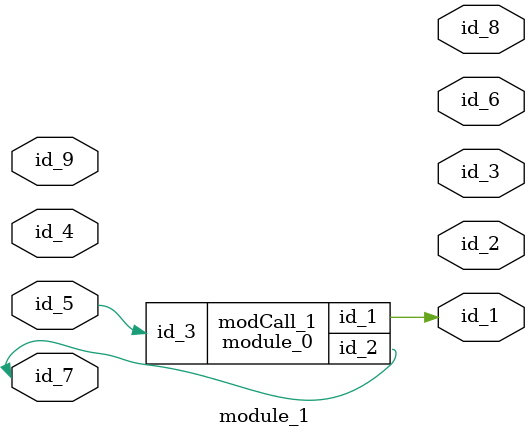
<source format=v>
module module_0 (
    id_1,
    id_2,
    id_3
);
  input wire id_3;
  inout wire id_2;
  output wire id_1;
  wire id_4;
  wire id_5;
  genvar id_6;
endmodule
module module_1 (
    id_1,
    id_2,
    id_3,
    id_4,
    id_5,
    id_6,
    id_7,
    id_8,
    id_9
);
  input wire id_9;
  output wire id_8;
  module_0 modCall_1 (
      id_1,
      id_7,
      id_5
  );
  inout wire id_7;
  output wire id_6;
  inout wire id_5;
  input wire id_4;
  output wire id_3;
  output wire id_2;
  output wire id_1;
  wire id_10;
  ;
endmodule

</source>
